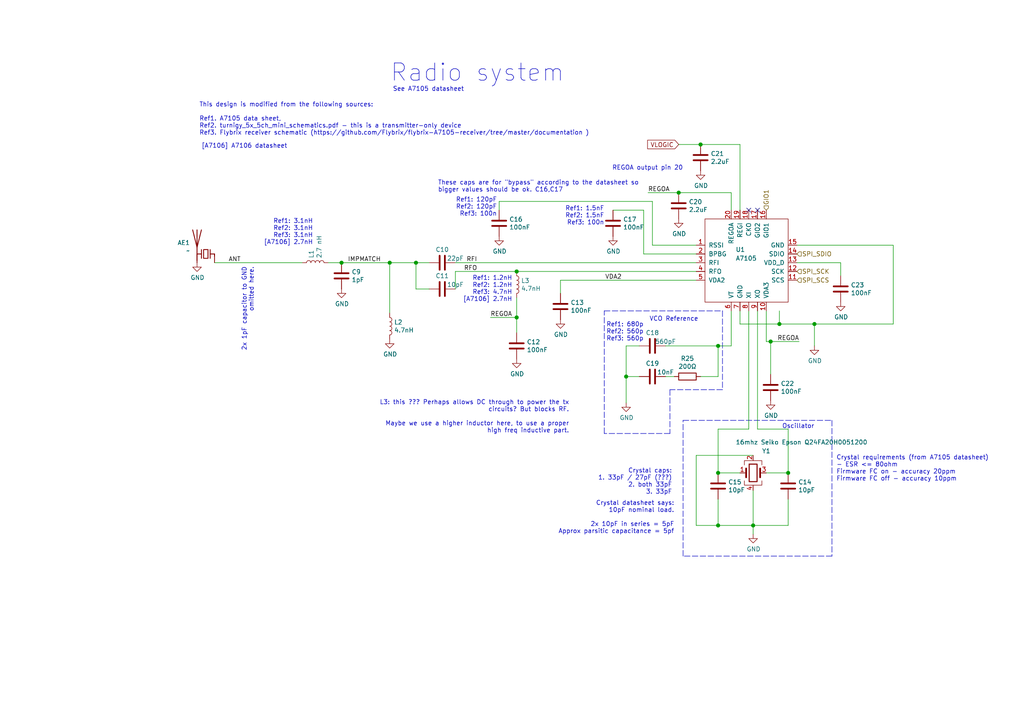
<source format=kicad_sch>
(kicad_sch (version 20250114) (generator "eeschema") (generator_version "9.0")
  (paper "A4")
  (title_block (date "2020-04-29"))
  (lib_symbols
    (symbol "Device:Antenna_Chip" (pin_numbers (hide yes)) (pin_names (offset 1.016) (hide yes))
      (property "Reference" "AE" (at 0 5.08 0))
      (property "Value" "Antenna_Chip" (at 0 3.175 0))
      (symbol "Antenna_Chip_0_1"
        (polyline (pts (xy -2.54 0) (xy -2.54 -0.635)) (stroke (width 0.254)))
        (polyline (pts (xy -2.54 0) (xy -1.27 0)) (stroke (width 0.254)))
        (polyline (pts (xy -1.27 1.27) (xy -1.27 -1.27) (xy -1.27 0)) (stroke (width 0.254)))
        (polyline (pts (xy -0.635 1.27) (xy 0.635 1.27) (xy 0.635 -1.27) (xy -0.635 -1.27) (xy -0.635 1.27)) (stroke (width 0.254)))
        (polyline (pts (xy 1.27 1.27) (xy 1.27 -1.27)) (stroke (width 0.254)))
        (polyline (pts (xy 1.27 0) (xy 2.54 0)) (stroke (width 0.254)))
        (polyline (pts (xy 2.54 6.985) (xy 2.54 -1.905)) (stroke (width 0.254)))
        (polyline (pts (xy 2.54 -0.635) (xy 2.54 0)))
        (polyline (pts (xy 3.81 6.985) (xy 2.54 1.905) (xy 1.27 6.985)) (stroke (width 0.254)))
      )
      (symbol "Antenna_Chip_1_1"
        (pin input line (at -2.54 -2.54 90) (length 2.54) (name "FEED") (number "1"))
        (pin passive line (at 2.54 -2.54 90) (length 2.54) (name "PCB_Trace") (number "2"))
      )
    )
    (symbol "Device:C" (pin_numbers (hide yes)) (pin_names (offset 0.254))
      (property "Reference" "C" (at 0.635 2.54 0))
      (property "Value" "C" (at 0.635 -2.54 0))
      (symbol "C_0_1"
        (polyline (pts (xy -2.032 0.762) (xy 2.032 0.762)) (stroke (width 0.508)))
        (polyline (pts (xy -2.032 -0.762) (xy 2.032 -0.762)) (stroke (width 0.508)))
      )
      (symbol "C_1_1"
        (pin passive line (at 0 3.81 270) (length 2.794) (name "~") (number "1"))
        (pin passive line (at 0 -3.81 90) (length 2.794) (name "~") (number "2"))
      )
    )
    (symbol "Device:Crystal_GND24" (pin_names (offset 1.016) (hide yes))
      (property "Reference" "Y" (at 3.175 5.08 0))
      (property "Value" "Crystal_GND24" (at 3.175 3.175 0))
      (symbol "Crystal_GND24_0_1"
        (polyline (pts (xy -2.54 2.286) (xy -2.54 3.556) (xy 2.54 3.556) (xy 2.54 2.286)))
        (polyline (pts (xy -2.54 0) (xy -2.032 0)))
        (polyline (pts (xy -2.54 -2.286) (xy -2.54 -3.556) (xy 2.54 -3.556) (xy 2.54 -2.286)))
        (polyline (pts (xy -2.032 -1.27) (xy -2.032 1.27)) (stroke (width 0.508)))
        (rectangle (start -1.143 2.54) (end 1.143 -2.54) (stroke (width 0.3048)))
        (polyline (pts (xy 0 3.556) (xy 0 3.81)))
        (polyline (pts (xy 0 -3.81) (xy 0 -3.556)))
        (polyline (pts (xy 2.032 0) (xy 2.54 0)))
        (polyline (pts (xy 2.032 -1.27) (xy 2.032 1.27)) (stroke (width 0.508)))
      )
      (symbol "Crystal_GND24_1_1"
        (pin passive line (at -3.81 0 0) (length 1.27) (name "1") (number "1"))
        (pin passive line (at 0 5.08 270) (length 1.27) (name "2") (number "2"))
        (pin passive line (at 0 -5.08 90) (length 1.27) (name "4") (number "4"))
        (pin passive line (at 3.81 0 180) (length 1.27) (name "3") (number "3"))
      )
    )
    (symbol "Device:L" (pin_numbers (hide yes)) (pin_names (offset 1.016) (hide yes))
      (property "Reference" "L" (at -1.27 0 90))
      (property "Value" "L" (at 1.905 0 90))
      (symbol "L_0_1"
        (arc (start 0 2.54) (mid 0.6323 1.905) (end 0 1.27))
        (arc (start 0 1.27) (mid 0.6323 0.635) (end 0 0))
        (arc (start 0 0) (mid 0.6323 -0.635) (end 0 -1.27))
        (arc (start 0 -1.27) (mid 0.6323 -1.905) (end 0 -2.54))
      )
      (symbol "L_1_1"
        (pin passive line (at 0 3.81 270) (length 1.27) (name "1") (number "1"))
        (pin passive line (at 0 -3.81 90) (length 1.27) (name "2") (number "2"))
      )
    )
    (symbol "Device:R" (pin_numbers (hide yes)) (pin_names (offset 0))
      (property "Reference" "R" (at 2.032 0 90))
      (property "Value" "R" (at 0 0 90))
      (symbol "R_0_1"
        (rectangle (start -1.016 -2.54) (end 1.016 2.54) (stroke (width 0.254)))
      )
      (symbol "R_1_1"
        (pin passive line (at 0 3.81 270) (length 1.27) (name "~") (number "1"))
        (pin passive line (at 0 -3.81 90) (length 1.27) (name "~") (number "2"))
      )
    )
    (symbol "L_1" (pin_numbers (hide yes)) (pin_names (offset 1.016) (hide yes))
      (property "Reference" "L" (at -1.27 0 90))
      (property "Value" "L_1" (at 1.905 0 90))
      (symbol "L_1_0_1"
        (arc (start 0 2.54) (mid 0.6323 1.905) (end 0 1.27))
        (arc (start 0 1.27) (mid 0.6323 0.635) (end 0 0))
        (arc (start 0 0) (mid 0.6323 -0.635) (end 0 -1.27))
        (arc (start 0 -1.27) (mid 0.6323 -1.905) (end 0 -2.54))
      )
      (symbol "L_1_1_1"
        (pin passive line (at 0 3.81 270) (length 1.27) (name "1") (number "1"))
        (pin passive line (at 0 -3.81 90) (length 1.27) (name "2") (number "2"))
      )
    )
    (symbol "L_2" (pin_numbers (hide yes)) (pin_names (offset 1.016) (hide yes))
      (property "Reference" "L" (at -1.27 0 90))
      (property "Value" "L_2" (at 1.905 0 90))
      (symbol "L_2_0_1"
        (arc (start 0 2.54) (mid 0.6323 1.905) (end 0 1.27))
        (arc (start 0 1.27) (mid 0.6323 0.635) (end 0 0))
        (arc (start 0 0) (mid 0.6323 -0.635) (end 0 -1.27))
        (arc (start 0 -1.27) (mid 0.6323 -1.905) (end 0 -2.54))
      )
      (symbol "L_2_1_1"
        (pin passive line (at 0 3.81 270) (length 1.27) (name "1") (number "1"))
        (pin passive line (at 0 -3.81 90) (length 1.27) (name "2") (number "2"))
      )
    )
    (symbol "malenki-nanoi:A7105" (pin_names (offset 1.016))
      (property "Reference" "U" (at 0 0 0))
      (property "Value" "A7105" (at 0 3.81 0))
      (symbol "A7105_0_1"
        (rectangle (start -12.7 12.7) (end 11.43 -11.43))
      )
      (symbol "A7105_1_1"
        (pin passive line (at -15.24 5.08 0) (length 2.54) (name "RSSI") (number "1"))
        (pin passive line (at -15.24 2.54 0) (length 2.54) (name "BPBG") (number "2"))
        (pin passive line (at -15.24 0 0) (length 2.54) (name "RFI") (number "3"))
        (pin passive line (at -15.24 -2.54 0) (length 2.54) (name "RFO") (number "4"))
        (pin passive line (at -15.24 -5.08 0) (length 2.54) (name "VDA2") (number "5"))
        (pin passive line (at -5.08 15.24 270) (length 2.54) (name "REGOA") (number "20"))
        (pin passive line (at -5.08 -13.97 90) (length 2.54) (name "VT") (number "6"))
        (pin power_in line (at -2.54 15.24 270) (length 2.54) (name "REGI") (number "19"))
        (pin power_in line (at -2.54 -13.97 90) (length 2.54) (name "GND") (number "7"))
        (pin output line (at 0 15.24 270) (length 2.54) (name "CKO") (number "18"))
        (pin passive line (at 0 -13.97 90) (length 2.54) (name "XI") (number "8"))
        (pin bidirectional line (at 2.54 15.24 270) (length 2.54) (name "GIO2") (number "17"))
        (pin passive line (at 2.54 -13.97 90) (length 2.54) (name "XO") (number "9"))
        (pin bidirectional line (at 5.08 15.24 270) (length 2.54) (name "GIO1") (number "16"))
        (pin passive line (at 5.08 -13.97 90) (length 2.54) (name "VDA3") (number "10"))
        (pin power_in line (at 8.89 -13.97 90) (length 2.54) (hide yes) (name "GND") (number "21"))
        (pin power_in line (at 13.97 5.08 180) (length 2.54) (name "GND") (number "15"))
        (pin bidirectional line (at 13.97 2.54 180) (length 2.54) (name "SDIO") (number "14"))
        (pin passive line (at 13.97 0 180) (length 2.54) (name "VDD_D") (number "13"))
        (pin input line (at 13.97 -2.54 180) (length 2.54) (name "SCK") (number "12"))
        (pin input line (at 13.97 -5.08 180) (length 2.54) (name "SCS") (number "11"))
      )
    )
    (symbol "power:GND" (power) (pin_names (offset 0))
      (property "Value" "GND" (at 0 -3.81 0))
      (symbol "GND_0_1"
        (polyline (pts (xy 0 0) (xy 0 -1.27) (xy 1.27 -1.27) (xy 0 -2.54) (xy -1.27 -1.27) (xy 0 -1.27)))
      )
      (symbol "GND_1_1"
        (pin power_in line (at 0 0 270) (length 0) (hide yes) (name "GND") (number "1"))
      )
    )
  )
  (text "REGOA output pin 20" (at 198.12 49.53 0) (effects (font (size 1.27 1.27)) (justify right bottom)))
  (text "Radio system" (at 163.83 24.13 0) (effects (font (size 5.0038 5.0038)) (justify right bottom)))
  (text "Ref1: 3.1nH\nRef2: 3.1nH\nRef3: 3.1nH\n[A7106] 2.7nH" (at 90.805 71.12 0) (effects (font (size 1.27 1.27)) (justify right bottom)))
  (text "See A7105 datasheet" (at 134.62 26.67 0) (effects (font (size 1.27 1.27)) (justify right bottom)))
  (text "Ref1: 120pF\nRef2: 120pF\nRef3: 100n" (at 144.145 62.865 0) (effects (font (size 1.27 1.27)) (justify right bottom)))
  (text "Crystal datasheet says:\n10pF nominal load.\n\n2x 10pF in series = 5pF\nApprox parsitic capacitance = 5pf" (at 195.58 154.94 0) (effects (font (size 1.27 1.27)) (justify right bottom)))
  (text "Oscillator" (at 236.22 124.46 0) (effects (font (size 1.27 1.27)) (justify right bottom)))
  (text "Ref1: 1.2nH\nRef2: 1.2nH\nRef3: 4.7nH\n[A7106] 2.7nH" (at 148.59 87.63 0) (effects (font (size 1.27 1.27)) (justify right bottom)))
  (text "L3: this ??? Perhaps allows DC through to power the tx\ncircuits? But blocks RF.\n\nMaybe we use a higher inductor here, to use a proper\nhigh freq inductive part." (at 165.1 125.73 0) (effects (font (size 1.27 1.27)) (justify right bottom)))
  (text "Crystal requirements (from A7105 datasheet)\n- ESR <= 80ohm\nFirmware FC on - accuracy 20ppm\nFirmware FC off - accuracy 10ppm" (at 242.57 139.7 0) (effects (font (size 1.27 1.27)) (justify left bottom)))
  (text "[A7106] A7106 datasheet" (at 58.42 43.18 0) (effects (font (size 1.27 1.27)) (justify left bottom)))
  (text "These caps are for \"bypass\" according to the datasheet so\nbigger values should be ok. C16,C17" (at 127 55.88 0) (effects (font (size 1.27 1.27)) (justify left bottom)))
  (text "Ref1: 680p\nRef2: 560p\nRef3: 560p" (at 186.69 99.06 0) (effects (font (size 1.27 1.27)) (justify right bottom)))
  (text "VCO Reference" (at 202.565 93.345 0) (effects (font (size 1.27 1.27)) (justify right bottom)))
  (text "2x 1pF capacitor to GND\nomitted here." (at 73.66 77.47 90) (effects (font (size 1.27 1.27)) (justify right bottom)))
  (text "This design is modified from the following sources:\n\nRef1. A7105 data sheet, \nRef2. turnigy_5x_5ch_mini_schematics.pdf - this is a transmitter-only device\nRef3. Flybrix receiver schematic (https://github.com/Flybrix/flybrix-A7105-receiver/tree/master/documentation )\n" (at 57.785 39.37 0) (effects (font (size 1.27 1.27)) (justify left bottom)))
  (text "Crystal caps:\n1. 33pF / 27pF (???)\n2. both 33pF\n3. 33pF" (at 194.945 143.51 0) (effects (font (size 1.27 1.27)) (justify right bottom)))
  (text "Ref1: 1.5nF\nRef2: 1.5nF\nRef3: 100n" (at 175.26 65.405 0) (effects (font (size 1.27 1.27)) (justify right bottom)))
  (junction (at 236.22 93.98) (diameter 1.016))
  (junction (at 208.28 100.33) (diameter 1.016))
  (junction (at 226.06 93.98) (diameter 1.016))
  (junction (at 218.44 152.4) (diameter 1.016))
  (junction (at 223.52 99.06) (diameter 1.016))
  (junction (at 208.28 152.4) (diameter 1.016))
  (junction (at 228.6 137.16) (diameter 1.016))
  (junction (at 99.06 76.2) (diameter 1.016))
  (junction (at 208.28 137.16) (diameter 1.016))
  (junction (at 149.86 92.075) (diameter 1.016))
  (junction (at 149.86 78.74) (diameter 1.016))
  (junction (at 196.85 55.88) (diameter 1.016))
  (junction (at 181.61 109.22) (diameter 1.016))
  (junction (at 203.2 41.91) (diameter 1.016))
  (junction (at 120.65 76.2) (diameter 1.016))
  (junction (at 113.03 76.2) (diameter 1.016))
  (no_connect (at 217.17 60.96))
  (no_connect (at 219.71 60.96))
  (wire (pts (xy 187.96 55.88) (xy 196.85 55.88)))
  (wire (pts (xy 189.23 58.42) (xy 144.78 58.42)))
  (wire (pts (xy 219.71 124.46) (xy 219.71 90.17)))
  (wire (pts (xy 113.03 90.805) (xy 113.03 76.2)))
  (wire (pts (xy 186.69 60.96) (xy 177.8 60.96)))
  (wire (pts (xy 99.06 76.2) (xy 113.03 76.2)))
  (wire (pts (xy 124.46 83.82) (xy 120.65 83.82)))
  (wire (pts (xy 149.86 78.74) (xy 201.93 78.74)))
  (wire (pts (xy 193.04 100.33) (xy 208.28 100.33)))
  (wire (pts (xy 208.28 124.46) (xy 208.28 137.16)))
  (wire (pts (xy 208.28 152.4) (xy 208.28 144.78)))
  (polyline (pts (xy 209.55 90.17) (xy 209.55 113.03)) (stroke (width 0) (type dash)))
  (wire (pts (xy 203.2 41.91) (xy 214.63 41.91)))
  (wire (pts (xy 132.08 78.74) (xy 132.08 83.82)))
  (wire (pts (xy 208.28 100.33) (xy 208.28 109.22)))
  (wire (pts (xy 236.22 93.98) (xy 259.08 93.98)))
  (wire (pts (xy 132.08 78.74) (xy 149.86 78.74)))
  (wire (pts (xy 231.14 76.2) (xy 243.84 76.2)))
  (wire (pts (xy 226.06 90.17) (xy 226.06 93.98)))
  (wire (pts (xy 218.44 132.08) (xy 201.93 132.08)))
  (wire (pts (xy 201.93 152.4) (xy 208.28 152.4)))
  (wire (pts (xy 243.84 76.2) (xy 243.84 80.01)))
  (wire (pts (xy 201.93 132.08) (xy 201.93 152.4)))
  (wire (pts (xy 181.61 100.33) (xy 181.61 109.22)))
  (polyline (pts (xy 175.26 125.73) (xy 175.26 90.17)) (stroke (width 0) (type dash)))
  (wire (pts (xy 149.86 86.36) (xy 149.86 92.075)))
  (wire (pts (xy 222.25 137.16) (xy 228.6 137.16)))
  (wire (pts (xy 218.44 152.4) (xy 218.44 154.94)))
  (wire (pts (xy 208.28 100.33) (xy 212.09 100.33)))
  (polyline (pts (xy 241.3 121.92) (xy 241.3 161.29)) (stroke (width 0) (type dash)))
  (wire (pts (xy 193.04 109.22) (xy 195.58 109.22)))
  (wire (pts (xy 217.17 124.46) (xy 208.28 124.46)))
  (wire (pts (xy 222.25 90.17) (xy 222.25 99.06)))
  (wire (pts (xy 208.28 152.4) (xy 218.44 152.4)))
  (wire (pts (xy 223.52 99.06) (xy 223.52 108.585)))
  (wire (pts (xy 120.65 76.2) (xy 120.65 83.82)))
  (wire (pts (xy 217.17 90.17) (xy 217.17 124.46)))
  (wire (pts (xy 181.61 109.22) (xy 185.42 109.22)))
  (wire (pts (xy 228.6 137.16) (xy 228.6 124.46)))
  (polyline (pts (xy 198.12 161.29) (xy 198.12 121.92)) (stroke (width 0) (type dash)))
  (wire (pts (xy 214.63 90.17) (xy 214.63 93.98)))
  (wire (pts (xy 214.63 93.98) (xy 226.06 93.98)))
  (wire (pts (xy 201.93 71.12) (xy 189.23 71.12)))
  (wire (pts (xy 226.06 93.98) (xy 236.22 93.98)))
  (wire (pts (xy 222.25 99.06) (xy 223.52 99.06)))
  (wire (pts (xy 120.65 76.2) (xy 124.46 76.2)))
  (wire (pts (xy 185.42 100.33) (xy 181.61 100.33)))
  (polyline (pts (xy 194.31 113.03) (xy 194.31 125.73)) (stroke (width 0) (type dash)))
  (polyline (pts (xy 241.3 161.29) (xy 198.12 161.29)) (stroke (width 0) (type dash)))
  (wire (pts (xy 231.14 71.12) (xy 259.08 71.12)))
  (wire (pts (xy 196.85 55.88) (xy 212.09 55.88)))
  (polyline (pts (xy 175.26 90.17) (xy 209.55 90.17)) (stroke (width 0) (type dash)))
  (wire (pts (xy 212.09 90.17) (xy 212.09 100.33)))
  (wire (pts (xy 149.86 92.075) (xy 149.86 96.52)))
  (wire (pts (xy 223.52 99.06) (xy 231.775 99.06)))
  (wire (pts (xy 62.23 76.2) (xy 87.63 76.2)))
  (wire (pts (xy 189.23 71.12) (xy 189.23 58.42)))
  (wire (pts (xy 214.63 60.96) (xy 214.63 41.91)))
  (wire (pts (xy 144.78 58.42) (xy 144.78 60.96)))
  (wire (pts (xy 142.24 92.075) (xy 149.86 92.075)))
  (wire (pts (xy 218.44 142.24) (xy 218.44 152.4)))
  (wire (pts (xy 196.85 41.91) (xy 203.2 41.91)))
  (wire (pts (xy 212.09 60.96) (xy 212.09 55.88)))
  (polyline (pts (xy 194.31 125.73) (xy 175.26 125.73)) (stroke (width 0) (type dash)))
  (wire (pts (xy 259.08 71.12) (xy 259.08 93.98)))
  (wire (pts (xy 218.44 152.4) (xy 228.6 152.4)))
  (wire (pts (xy 228.6 124.46) (xy 219.71 124.46)))
  (wire (pts (xy 236.22 93.98) (xy 236.22 100.33)))
  (wire (pts (xy 132.08 76.2) (xy 201.93 76.2)))
  (polyline (pts (xy 209.55 113.03) (xy 194.31 113.03)) (stroke (width 0) (type dash)))
  (wire (pts (xy 201.93 73.66) (xy 186.69 73.66)))
  (wire (pts (xy 201.93 81.28) (xy 162.56 81.28)))
  (wire (pts (xy 186.69 73.66) (xy 186.69 60.96)))
  (wire (pts (xy 203.2 109.22) (xy 208.28 109.22)))
  (wire (pts (xy 208.28 137.16) (xy 214.63 137.16)))
  (wire (pts (xy 228.6 152.4) (xy 228.6 144.78)))
  (wire (pts (xy 95.25 76.2) (xy 99.06 76.2)))
  (polyline (pts (xy 198.12 121.92) (xy 241.3 121.92)) (stroke (width 0) (type dash)))
  (wire (pts (xy 181.61 109.22) (xy 181.61 116.84)))
  (wire (pts (xy 162.56 81.28) (xy 162.56 85.09)))
  (wire (pts (xy 113.03 76.2) (xy 120.65 76.2)))
  (label "REGOA" (at 142.24 92.075 0))
  (label "RFI" (at 138.43 76.2 180))
  (label "RFO" (at 138.43 78.74 180))
  (label "REGOA" (at 187.96 55.88 0))
  (label "ANT" (at 69.85 76.2 180))
  (label "IMPMATCH" (at 110.49 76.2 180))
  (label "REGOA" (at 231.775 99.06 180))
  (label "VDA2" (at 180.34 81.28 180))
  (global_label "VLOGIC" (shape input) (at 196.85 41.91 180) (property "Intersheetrefs" "${INTERSHEET_REFS}" (effects (hide yes))))
  (hierarchical_label "SPI_SCK" (shape input) (at 231.14 78.74 0))
  (hierarchical_label "GIO1" (shape input) (at 222.25 60.96 90))
  (hierarchical_label "SPI_SCS" (shape input) (at 231.14 81.28 0))
  (hierarchical_label "SPI_SDIO" (shape input) (at 231.14 73.66 0))
  (symbol (lib_id "power:GND") (at 203.2 49.53 0) (unit 1)
    (property "Reference" "#PWR018" (effects (hide yes)))
    (property "Value" "GND" (at 203.327 53.848 0))
  )
  (symbol (lib_id "Device:C") (at 208.28 140.97 0) (unit 1)
    (property "Reference" "C15" (at 211.201 139.827 0) (effects (justify left)))
    (property "Value" "10pF" (at 211.201 142.113 0) (effects (justify left)))
    (property "Footprint" "Capacitor_SMD:C_0402_1005Metric" (effects (hide yes)))
    (property "Description" "Unpolarized Capacitor" (effects (hide yes)))
    (property "LCSC" "C32949" (effects (hide yes)))
    (property "MPN" "CL05C100JB5NNNC" (effects (hide yes)))
    (property "Manufacturer" "Samsung" (effects (hide yes)))
  )
  (symbol (lib_id "Device:C") (at 149.86 100.33 0) (unit 1)
    (property "Reference" "C12" (at 152.781 99.187 0) (effects (justify left)))
    (property "Value" "100nF" (at 152.781 101.473 0) (effects (justify left)))
    (property "Footprint" "Capacitor_SMD:C_0402_1005Metric" (effects (hide yes)))
    (property "Description" "Unpolarized Capacitor" (effects (hide yes)))
    (property "LCSC" "C307331" (effects (hide yes)))
    (property "MPN" "CL05B104KB54PNC" (effects (hide yes)))
    (property "Manufacturer" "Samsung" (effects (hide yes)))
    (property "Alternate LCSC PN" "C14663" (effects (hide yes)))
  )
  (symbol (lib_id "Device:C") (at 128.27 83.82 90) (unit 1)
    (property "Reference" "C11" (at 128.27 80.01 90))
    (property "Value" "10pF" (at 132.08 82.55 90))
    (property "Footprint" "Capacitor_SMD:C_0402_1005Metric" (effects (hide yes)))
    (property "Description" "Unpolarized Capacitor" (effects (hide yes)))
    (property "LCSC" "C32949" (effects (hide yes)))
    (property "MPN" "CL05C100JB5NNNC" (effects (hide yes)))
    (property "Manufacturer" "Samsung" (effects (hide yes)))
  )
  (symbol (lib_id "Device:C") (at 128.27 76.2 90) (unit 1)
    (property "Reference" "C10" (at 128.27 72.39 90))
    (property "Value" "22pF" (at 132.08 74.93 90))
    (property "Footprint" "Capacitor_SMD:C_0402_1005Metric" (effects (hide yes)))
    (property "Description" "Unpolarized Capacitor" (effects (hide yes)))
    (property "LCSC" "C1555" (effects (hide yes)))
    (property "MPN" "0402CG220J500NT" (effects (hide yes)))
    (property "Manufacturer" "FH" (effects (hide yes)))
  )
  (symbol (lib_id "Device:C") (at 228.6 140.97 0) (unit 1)
    (property "Reference" "C14" (at 231.521 139.827 0) (effects (justify left)))
    (property "Value" "10pF" (at 231.521 142.113 0) (effects (justify left)))
    (property "Footprint" "Capacitor_SMD:C_0402_1005Metric" (effects (hide yes)))
    (property "Description" "Unpolarized Capacitor" (effects (hide yes)))
    (property "LCSC" "C32949" (effects (hide yes)))
    (property "MPN" "CL05C100JB5NNNC" (effects (hide yes)))
    (property "Manufacturer" "Samsung" (effects (hide yes)))
  )
  (symbol (lib_id "power:GND") (at 57.15 76.2 0) (unit 1)
    (property "Reference" "#PWR0105" (effects (hide yes)))
    (property "Value" "GND" (at 57.277 80.518 0))
  )
  (symbol (lib_id "power:GND") (at 218.44 154.94 0) (unit 1)
    (property "Reference" "#PWR019" (effects (hide yes)))
    (property "Value" "GND" (at 218.567 159.258 0))
  )
  (symbol (lib_id "power:GND") (at 113.03 98.425 0) (unit 1)
    (property "Reference" "#PWR010" (effects (hide yes)))
    (property "Value" "GND" (at 113.157 102.743 0))
  )
  (symbol (lib_id "malenki-nanoi:A7105") (at 217.17 76.2 0) (unit 1)
    (property "Reference" "U1" (at 213.36 72.39 0) (effects (justify left)))
    (property "Value" "A7105" (at 213.36 74.93 0) (effects (justify left)))
    (property "Footprint" "malenki-nano:a7105-QFN-20" (effects (hide yes)))
    (property "Description" "2.4G Wireless Transceiver" (effects (hide yes)))
    (property "LCSC" "C126376" (effects (hide yes)))
    (property "MPN" "A71X05AQFI/Q" (effects (hide yes)))
    (property "Manufacturer" "AMICCOM" (effects (hide yes)))
  )
  (symbol (lib_id "Device:C") (at 223.52 112.395 0) (unit 1)
    (property "Reference" "C22" (at 226.441 111.252 0) (effects (justify left)))
    (property "Value" "100nF" (at 226.441 113.538 0) (effects (justify left)))
    (property "Footprint" "Capacitor_SMD:C_0402_1005Metric" (effects (hide yes)))
    (property "Description" "Unpolarized Capacitor" (effects (hide yes)))
    (property "LCSC" "C307331" (effects (hide yes)))
    (property "MPN" "CL05B104KB54PNC" (effects (hide yes)))
    (property "Manufacturer" "Samsung" (effects (hide yes)))
    (property "Alternate LCSC PN" "C14663" (effects (hide yes)))
  )
  (symbol (lib_id "power:GND") (at 196.85 63.5 0) (unit 1)
    (property "Reference" "#PWR017" (effects (hide yes)))
    (property "Value" "GND" (at 196.977 67.818 0))
  )
  (symbol (lib_name "L_2") (lib_id "Device:L") (at 113.03 94.615 0) (unit 1)
    (property "Reference" "L2" (at 114.3 93.472 0) (effects (justify left)))
    (property "Value" "4.7nH" (at 114.3 95.758 0) (effects (justify left)))
    (property "Footprint" "Inductor_SMD:L_0402_1005Metric" (effects (hide yes)))
    (property "Description" "Inductor" (effects (hide yes)))
    (property "LCSC" "C341688" (effects (hide yes)))
    (property "MPN" "LQW15AN4N7D10D" (effects (hide yes)))
    (property "Manufacturer" "Murata" (effects (hide yes)))
    (property "Alternate LCSC PN" "C1030" (effects (hide yes)))
  )
  (symbol (lib_id "Device:R") (at 199.39 109.22 90) (unit 1)
    (property "Reference" "R25" (at 199.39 103.9876 90))
    (property "Value" "200Ω" (at 199.39 106.299 90))
    (property "Footprint" "Resistor_SMD:R_0402_1005Metric" (effects (hide yes)))
    (property "Description" "Resistor" (effects (hide yes)))
    (property "LCSC" "C25087" (effects (hide yes)))
    (property "MPN" "0402WGF2000TCE" (effects (hide yes)))
    (property "Manufacturer" "Uniroyal" (effects (hide yes)))
  )
  (symbol (lib_id "Device:C") (at 189.23 109.22 270) (unit 1)
    (property "Reference" "C19" (at 189.23 105.41 90))
    (property "Value" "10nF" (at 193.04 107.95 90))
    (property "Footprint" "Capacitor_SMD:C_0402_1005Metric" (effects (hide yes)))
    (property "Description" "Unpolarized Capacitor" (effects (hide yes)))
    (property "LCSC" "C15195" (effects (hide yes)))
    (property "MPN" "CL05B103KB5NNNC" (effects (hide yes)))
    (property "Manufacturer" "Samsung" (effects (hide yes)))
  )
  (symbol (lib_id "power:GND") (at 162.56 92.71 0) (unit 1)
    (property "Reference" "#PWR013" (effects (hide yes)))
    (property "Value" "GND" (at 162.687 97.028 0))
  )
  (symbol (lib_id "Device:C") (at 196.85 59.69 0) (unit 1)
    (property "Reference" "C20" (at 199.771 58.547 0) (effects (justify left)))
    (property "Value" "2.2uF" (at 199.771 60.833 0) (effects (justify left)))
    (property "Footprint" "Capacitor_SMD:C_0603_1608Metric" (effects (hide yes)))
    (property "Description" "Unpolarized Capacitor" (effects (hide yes)))
    (property "LCSC" "C23630" (effects (hide yes)))
    (property "MPN" "CL10A225KO8NNNC" (effects (hide yes)))
    (property "Manufacturer" "Samsung" (effects (hide yes)))
  )
  (symbol (lib_id "Device:C") (at 99.06 80.01 0) (unit 1)
    (property "Reference" "C9" (at 101.981 78.867 0) (effects (justify left)))
    (property "Value" "1pF" (at 101.981 81.153 0) (effects (justify left)))
    (property "Footprint" "Capacitor_SMD:C_0402_1005Metric" (effects (hide yes)))
    (property "Description" "Unpolarized Capacitor" (effects (hide yes)))
    (property "LCSC" "C1550" (effects (hide yes)))
    (property "MPN" "0402CG1R0C500NT" (effects (hide yes)))
    (property "Manufacturer" "FH" (effects (hide yes)))
  )
  (symbol (lib_id "power:GND") (at 236.22 100.33 0) (unit 1)
    (property "Reference" "#PWR021" (effects (hide yes)))
    (property "Value" "GND" (at 236.347 104.648 0))
  )
  (symbol (lib_id "power:GND") (at 149.86 104.14 0) (unit 1)
    (property "Reference" "#PWR012" (effects (hide yes)))
    (property "Value" "GND" (at 149.987 108.458 0))
  )
  (symbol (lib_id "power:GND") (at 144.78 68.58 0) (unit 1)
    (property "Reference" "#PWR014" (effects (hide yes)))
    (property "Value" "GND" (at 144.907 72.898 0))
  )
  (symbol (lib_id "Device:C") (at 203.2 45.72 0) (unit 1)
    (property "Reference" "C21" (at 206.121 44.577 0) (effects (justify left)))
    (property "Value" "2.2uF" (at 206.121 46.863 0) (effects (justify left)))
    (property "Footprint" "Capacitor_SMD:C_0603_1608Metric" (effects (hide yes)))
    (property "Description" "Unpolarized Capacitor" (effects (hide yes)))
    (property "LCSC" "C23630" (effects (hide yes)))
    (property "MPN" "CL10A225KO8NNNC" (effects (hide yes)))
    (property "Manufacturer" "Samsung" (effects (hide yes)))
  )
  (symbol (lib_id "Device:Antenna_Chip") (at 59.69 73.66 0) (mirror y) (unit 1) (in_bom no)
    (property "Reference" "AE1" (at 55.118 70.4088 0) (effects (justify left)))
    (property "Value" "~" (at 55.118 72.7202 0) (effects (justify left)))
    (property "Footprint" "malenki-nano:malenki_antenna" (effects (hide yes)))
  )
  (symbol (lib_id "power:GND") (at 181.61 116.84 0) (unit 1)
    (property "Reference" "#PWR016" (effects (hide yes)))
    (property "Value" "GND" (at 181.737 121.158 0))
  )
  (symbol (lib_id "power:GND") (at 243.84 87.63 0) (unit 1)
    (property "Reference" "#PWR022" (effects (hide yes)))
    (property "Value" "GND" (at 243.967 91.948 0))
  )
  (symbol (lib_id "power:GND") (at 177.8 68.58 0) (unit 1)
    (property "Reference" "#PWR015" (effects (hide yes)))
    (property "Value" "GND" (at 177.927 72.898 0))
  )
  (symbol (lib_id "Device:Crystal_GND24") (at 218.44 137.16 0) (unit 1)
    (property "Reference" "Y1" (at 220.98 130.81 0) (effects (justify left)))
    (property "Value" "16mhz Seiko Epson Q24FA20H0051200" (at 213.36 128.27 0) (effects (justify left)))
    (property "Footprint" "Crystal:Crystal_SMD_2520-4Pin_2.5x2.0mm" (effects (hide yes)))
    (property "Description" "Four pin crystal, GND on pins 2 and 4" (effects (hide yes)))
    (property "LCSC" "C255947" (effects (hide yes)))
    (property "MPN" "Q24FA20H00512" (effects (hide yes)))
    (property "Manufacturer" "Epson" (effects (hide yes)))
  )
  (symbol (lib_id "Device:L") (at 149.86 82.55 0) (unit 1)
    (property "Reference" "L3" (at 151.13 81.407 0) (effects (justify left)))
    (property "Value" "4.7nH" (at 151.13 83.693 0) (effects (justify left)))
    (property "Footprint" "Inductor_SMD:L_0402_1005Metric" (effects (hide yes)))
    (property "Description" "Inductor" (effects (hide yes)))
    (property "LCSC" "C341688" (effects (hide yes)))
    (property "MPN" "LQW15AN4N7D10D" (effects (hide yes)))
    (property "Manufacturer" "Murata" (effects (hide yes)))
    (property "Alternate LCSC PN" "C1030" (effects (hide yes)))
  )
  (symbol (lib_id "power:GND") (at 99.06 83.82 0) (unit 1)
    (property "Reference" "#PWR09" (effects (hide yes)))
    (property "Value" "GND" (at 99.187 88.138 0))
  )
  (symbol (lib_id "power:GND") (at 223.52 116.205 0) (unit 1)
    (property "Reference" "#PWR020" (effects (hide yes)))
    (property "Value" "GND" (at 223.647 120.523 0))
  )
  (symbol (lib_id "Device:C") (at 144.78 64.77 0) (unit 1)
    (property "Reference" "C16" (at 147.701 63.627 0) (effects (justify left)))
    (property "Value" "100nF" (at 147.701 65.913 0) (effects (justify left)))
    (property "Footprint" "Capacitor_SMD:C_0402_1005Metric" (effects (hide yes)))
    (property "Description" "Unpolarized Capacitor" (effects (hide yes)))
    (property "LCSC" "C307331" (effects (hide yes)))
    (property "MPN" "CL05B104KB54PNC" (effects (hide yes)))
    (property "Manufacturer" "Samsung" (effects (hide yes)))
    (property "Alternate LCSC PN" "C14663" (effects (hide yes)))
  )
  (symbol (lib_name "L_1") (lib_id "Device:L") (at 91.44 76.2 90) (unit 1)
    (property "Reference" "L1" (at 90.297 74.93 0) (effects (justify left)))
    (property "Value" "2.7 nH" (at 92.583 74.93 0) (effects (justify left)))
    (property "Footprint" "Inductor_SMD:L_0402_1005Metric" (effects (hide yes)))
    (property "Description" "Inductor" (effects (hide yes)))
    (property "LCSC" "C76791" (effects (hide yes)))
    (property "MPN" "MLK1005S2N7ST000" (effects (hide yes)))
    (property "Manufacturer" "TDK" (effects (hide yes)))
  )
  (symbol (lib_id "Device:C") (at 189.23 100.33 90) (unit 1)
    (property "Reference" "C18" (at 189.23 96.52 90))
    (property "Value" "560pF" (at 193.04 99.06 90))
    (property "Footprint" "Capacitor_SMD:C_0402_1005Metric" (effects (hide yes)))
    (property "Description" "Unpolarized Capacitor" (effects (hide yes)))
    (property "LCSC" "C1539" (effects (hide yes)))
    (property "MPN" "0402B561K500NT" (effects (hide yes)))
    (property "Manufacturer" "FH" (effects (hide yes)))
  )
  (symbol (lib_id "Device:C") (at 177.8 64.77 0) (unit 1)
    (property "Reference" "C17" (at 180.721 63.627 0) (effects (justify left)))
    (property "Value" "100nF" (at 180.721 65.913 0) (effects (justify left)))
    (property "Footprint" "Capacitor_SMD:C_0402_1005Metric" (effects (hide yes)))
    (property "Description" "Unpolarized Capacitor" (effects (hide yes)))
    (property "LCSC" "C307331" (effects (hide yes)))
    (property "MPN" "CL05B104KB54PNC" (effects (hide yes)))
    (property "Manufacturer" "Samsung" (effects (hide yes)))
    (property "Alternate LCSC PN" "C14663" (effects (hide yes)))
  )
  (symbol (lib_id "Device:C") (at 162.56 88.9 0) (unit 1)
    (property "Reference" "C13" (at 165.481 87.757 0) (effects (justify left)))
    (property "Value" "100nF" (at 165.481 90.043 0) (effects (justify left)))
    (property "Footprint" "Capacitor_SMD:C_0402_1005Metric" (effects (hide yes)))
    (property "Description" "Unpolarized Capacitor" (effects (hide yes)))
    (property "LCSC" "C307331" (effects (hide yes)))
    (property "MPN" "CL05B104KB54PNC" (effects (hide yes)))
    (property "Manufacturer" "Samsung" (effects (hide yes)))
    (property "Alternate LCSC PN" "C14663" (effects (hide yes)))
  )
  (symbol (lib_id "Device:C") (at 243.84 83.82 0) (unit 1)
    (property "Reference" "C23" (at 246.761 82.677 0) (effects (justify left)))
    (property "Value" "100nF" (at 246.761 84.963 0) (effects (justify left)))
    (property "Footprint" "Capacitor_SMD:C_0402_1005Metric" (effects (hide yes)))
    (property "Description" "Unpolarized Capacitor" (effects (hide yes)))
    (property "LCSC" "C307331" (effects (hide yes)))
    (property "MPN" "CL05B104KB54PNC" (effects (hide yes)))
    (property "Manufacturer" "Samsung" (effects (hide yes)))
    (property "Alternate LCSC PN" "C14663" (effects (hide yes)))
  )
)
</source>
